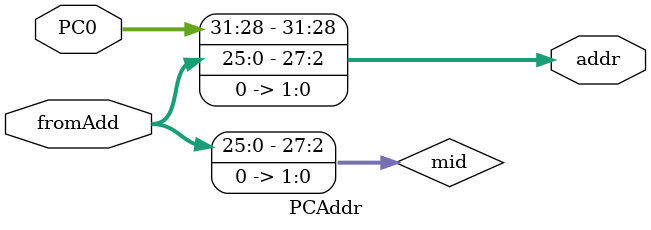
<source format=v>
`timescale 1ns / 1ps  
  
module PCAddr(input [25:0] fromAdd,  
              input [31:0] PC0,  
              output reg [31:0] addr);  
    wire [27:0] mid;  
     assign mid = fromAdd << 2;            //×óÒÆÁ½Î»
    always @(fromAdd) begin  
        addr <= {PC0[31:28], mid[27:0]};   //ÓëpcÆ´½Ó
    end  
  
endmodule  
</source>
